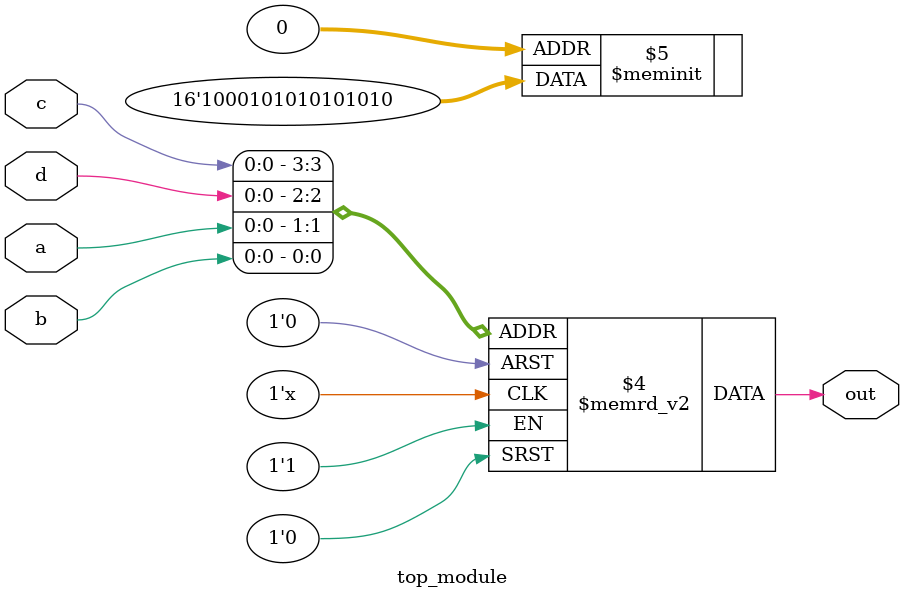
<source format=sv>
module top_module (
    input a, 
    input b,
    input c,
    input d,
    output reg out
);

    always @(*) begin
        case ({c, d, a, b}) 
            4'b0000, 4'b0010, 4'b0110, 4'b1000, 
            4'b1100, 4'b1010, 4'b1110, 4'b1101: out = 0;
            4'b0001, 4'b0011, 4'b0101, 4'b1001, 
            4'b1101, 4'b1011, 4'b1111, 4'b0111: out = 1;
            default: out = 0;
        endcase
    end

endmodule

</source>
